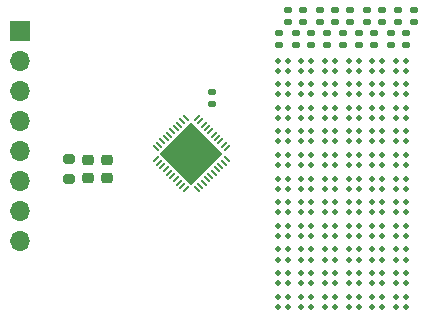
<source format=gbr>
%TF.GenerationSoftware,KiCad,Pcbnew,7.0.1*%
%TF.CreationDate,2023-04-05T13:45:38+02:00*%
%TF.ProjectId,LED_Driver_Evaluation,4c45445f-4472-4697-9665-725f4576616c,1.0*%
%TF.SameCoordinates,Original*%
%TF.FileFunction,Soldermask,Top*%
%TF.FilePolarity,Negative*%
%FSLAX46Y46*%
G04 Gerber Fmt 4.6, Leading zero omitted, Abs format (unit mm)*
G04 Created by KiCad (PCBNEW 7.0.1) date 2023-04-05 13:45:38*
%MOMM*%
%LPD*%
G01*
G04 APERTURE LIST*
G04 Aperture macros list*
%AMRoundRect*
0 Rectangle with rounded corners*
0 $1 Rounding radius*
0 $2 $3 $4 $5 $6 $7 $8 $9 X,Y pos of 4 corners*
0 Add a 4 corners polygon primitive as box body*
4,1,4,$2,$3,$4,$5,$6,$7,$8,$9,$2,$3,0*
0 Add four circle primitives for the rounded corners*
1,1,$1+$1,$2,$3*
1,1,$1+$1,$4,$5*
1,1,$1+$1,$6,$7*
1,1,$1+$1,$8,$9*
0 Add four rect primitives between the rounded corners*
20,1,$1+$1,$2,$3,$4,$5,0*
20,1,$1+$1,$4,$5,$6,$7,0*
20,1,$1+$1,$6,$7,$8,$9,0*
20,1,$1+$1,$8,$9,$2,$3,0*%
%AMRotRect*
0 Rectangle, with rotation*
0 The origin of the aperture is its center*
0 $1 length*
0 $2 width*
0 $3 Rotation angle, in degrees counterclockwise*
0 Add horizontal line*
21,1,$1,$2,0,0,$3*%
G04 Aperture macros list end*
%ADD10RoundRect,0.135000X-0.185000X0.135000X-0.185000X-0.135000X0.185000X-0.135000X0.185000X0.135000X0*%
%ADD11RoundRect,0.112500X-0.112500X-0.112500X0.112500X-0.112500X0.112500X0.112500X-0.112500X0.112500X0*%
%ADD12RoundRect,0.225000X0.250000X-0.225000X0.250000X0.225000X-0.250000X0.225000X-0.250000X-0.225000X0*%
%ADD13RoundRect,0.200000X-0.275000X0.200000X-0.275000X-0.200000X0.275000X-0.200000X0.275000X0.200000X0*%
%ADD14R,1.700000X1.700000*%
%ADD15O,1.700000X1.700000*%
%ADD16RoundRect,0.135000X0.185000X-0.135000X0.185000X0.135000X-0.185000X0.135000X-0.185000X-0.135000X0*%
%ADD17RoundRect,0.050000X-0.194454X-0.265165X0.265165X0.194454X0.194454X0.265165X-0.265165X-0.194454X0*%
%ADD18RoundRect,0.050000X0.194454X-0.265165X0.265165X-0.194454X-0.194454X0.265165X-0.265165X0.194454X0*%
%ADD19RotRect,3.800000X3.800000X45.000000*%
G04 APERTURE END LIST*
D10*
%TO.C,R16*%
X137850000Y-56890000D03*
X137850000Y-57910000D03*
%TD*%
D11*
%TO.C,D55*%
X137700000Y-81150000D03*
X138550000Y-81150000D03*
X138550000Y-82000000D03*
X137700000Y-82000000D03*
%TD*%
%TO.C,D18*%
X143700000Y-73150000D03*
X144550000Y-73150000D03*
X144550000Y-74000000D03*
X143700000Y-74000000D03*
%TD*%
%TO.C,D21*%
X143700000Y-79150000D03*
X144550000Y-79150000D03*
X144550000Y-80000000D03*
X143700000Y-80000000D03*
%TD*%
%TO.C,D36*%
X139700000Y-65150000D03*
X140550000Y-65150000D03*
X140550000Y-66000000D03*
X139700000Y-66000000D03*
%TD*%
%TO.C,D38*%
X139700000Y-69150000D03*
X140550000Y-69150000D03*
X140550000Y-70000000D03*
X139700000Y-70000000D03*
%TD*%
%TO.C,D5*%
X145700000Y-69150000D03*
X146550000Y-69150000D03*
X146550000Y-70000000D03*
X145700000Y-70000000D03*
%TD*%
%TO.C,D62*%
X135700000Y-73150000D03*
X136550000Y-73150000D03*
X136550000Y-74000000D03*
X135700000Y-74000000D03*
%TD*%
%TO.C,D33*%
X141700000Y-81150000D03*
X142550000Y-81150000D03*
X142550000Y-82000000D03*
X141700000Y-82000000D03*
%TD*%
%TO.C,D46*%
X137700000Y-63150000D03*
X138550000Y-63150000D03*
X138550000Y-64000000D03*
X137700000Y-64000000D03*
%TD*%
%TO.C,D24*%
X141700000Y-63150000D03*
X142550000Y-63150000D03*
X142550000Y-64000000D03*
X141700000Y-64000000D03*
%TD*%
D10*
%TO.C,R13*%
X139850000Y-58790000D03*
X139850000Y-59810000D03*
%TD*%
D11*
%TO.C,D10*%
X145700000Y-79150000D03*
X146550000Y-79150000D03*
X146550000Y-80000000D03*
X145700000Y-80000000D03*
%TD*%
%TO.C,D47*%
X137700000Y-65150000D03*
X138550000Y-65150000D03*
X138550000Y-66000000D03*
X137700000Y-66000000D03*
%TD*%
%TO.C,D35*%
X139700000Y-63150000D03*
X140550000Y-63150000D03*
X140550000Y-64000000D03*
X139700000Y-64000000D03*
%TD*%
D10*
%TO.C,R8*%
X143250000Y-56890000D03*
X143250000Y-57910000D03*
%TD*%
D11*
%TO.C,D22*%
X143700000Y-81150000D03*
X144550000Y-81150000D03*
X144550000Y-82000000D03*
X143700000Y-82000000D03*
%TD*%
%TO.C,D25*%
X141700000Y-65150000D03*
X142550000Y-65150000D03*
X142550000Y-66000000D03*
X141700000Y-66000000D03*
%TD*%
%TO.C,D52*%
X137700000Y-75150000D03*
X138550000Y-75150000D03*
X138550000Y-76000000D03*
X137700000Y-76000000D03*
%TD*%
%TO.C,D44*%
X139700000Y-81150000D03*
X140550000Y-81150000D03*
X140550000Y-82000000D03*
X139700000Y-82000000D03*
%TD*%
%TO.C,D32*%
X141700000Y-79150000D03*
X142550000Y-79150000D03*
X142550000Y-80000000D03*
X141700000Y-80000000D03*
%TD*%
%TO.C,D53*%
X137700000Y-77150000D03*
X138550000Y-77150000D03*
X138550000Y-78000000D03*
X137700000Y-78000000D03*
%TD*%
%TO.C,D15*%
X143700000Y-67150000D03*
X144550000Y-67150000D03*
X144550000Y-68000000D03*
X143700000Y-68000000D03*
%TD*%
%TO.C,D29*%
X141700000Y-73150000D03*
X142550000Y-73150000D03*
X142550000Y-74000000D03*
X141700000Y-74000000D03*
%TD*%
%TO.C,D14*%
X143700000Y-65150000D03*
X144550000Y-65150000D03*
X144550000Y-66000000D03*
X143700000Y-66000000D03*
%TD*%
%TO.C,D48*%
X137700000Y-67150000D03*
X138550000Y-67150000D03*
X138550000Y-68000000D03*
X137700000Y-68000000D03*
%TD*%
D10*
%TO.C,R7*%
X142550000Y-58790000D03*
X142550000Y-59810000D03*
%TD*%
%TO.C,R9*%
X141850000Y-56890000D03*
X141850000Y-57910000D03*
%TD*%
D11*
%TO.C,D8*%
X145700000Y-75150000D03*
X146550000Y-75150000D03*
X146550000Y-76000000D03*
X145700000Y-76000000D03*
%TD*%
%TO.C,D30*%
X141700000Y-75150000D03*
X142550000Y-75150000D03*
X142550000Y-76000000D03*
X141700000Y-76000000D03*
%TD*%
%TO.C,D58*%
X135700000Y-65150000D03*
X136550000Y-65150000D03*
X136550000Y-66000000D03*
X135700000Y-66000000D03*
%TD*%
%TO.C,D34*%
X139700000Y-61150000D03*
X140550000Y-61150000D03*
X140550000Y-62000000D03*
X139700000Y-62000000D03*
%TD*%
%TO.C,D11*%
X145700000Y-81150000D03*
X146550000Y-81150000D03*
X146550000Y-82000000D03*
X145700000Y-82000000D03*
%TD*%
%TO.C,D49*%
X137700000Y-69150000D03*
X138550000Y-69150000D03*
X138550000Y-70000000D03*
X137700000Y-70000000D03*
%TD*%
%TO.C,D13*%
X143700000Y-63150000D03*
X144550000Y-63150000D03*
X144550000Y-64000000D03*
X143700000Y-64000000D03*
%TD*%
%TO.C,D50*%
X137700000Y-71150000D03*
X138550000Y-71150000D03*
X138550000Y-72000000D03*
X137700000Y-72000000D03*
%TD*%
%TO.C,D1*%
X145700000Y-61150000D03*
X146550000Y-61150000D03*
X146550000Y-62000000D03*
X145700000Y-62000000D03*
%TD*%
%TO.C,D60*%
X135700000Y-69150000D03*
X136550000Y-69150000D03*
X136550000Y-70000000D03*
X135700000Y-70000000D03*
%TD*%
%TO.C,D39*%
X139700000Y-71150000D03*
X140550000Y-71150000D03*
X140550000Y-72000000D03*
X139700000Y-72000000D03*
%TD*%
%TO.C,D45*%
X137700000Y-61150000D03*
X138550000Y-61150000D03*
X138550000Y-62000000D03*
X137700000Y-62000000D03*
%TD*%
D10*
%TO.C,R15*%
X139250000Y-56890000D03*
X139250000Y-57910000D03*
%TD*%
D11*
%TO.C,D51*%
X137700000Y-73150000D03*
X138550000Y-73150000D03*
X138550000Y-74000000D03*
X137700000Y-74000000D03*
%TD*%
D12*
%TO.C,C1*%
X121250000Y-71125000D03*
X121250000Y-69575000D03*
%TD*%
D10*
%TO.C,R17*%
X136550000Y-56890000D03*
X136550000Y-57910000D03*
%TD*%
%TO.C,R11*%
X140550000Y-56890000D03*
X140550000Y-57910000D03*
%TD*%
D13*
%TO.C,R10*%
X118050000Y-69525000D03*
X118050000Y-71175000D03*
%TD*%
D11*
%TO.C,D16*%
X143700000Y-69150000D03*
X144550000Y-69150000D03*
X144550000Y-70000000D03*
X143700000Y-70000000D03*
%TD*%
%TO.C,D43*%
X139700000Y-79150000D03*
X140550000Y-79150000D03*
X140550000Y-80000000D03*
X139700000Y-80000000D03*
%TD*%
D10*
%TO.C,R5*%
X145250000Y-58790000D03*
X145250000Y-59810000D03*
%TD*%
%TO.C,R20*%
X135850000Y-58790000D03*
X135850000Y-59810000D03*
%TD*%
D11*
%TO.C,D37*%
X139700000Y-67150000D03*
X140550000Y-67150000D03*
X140550000Y-68000000D03*
X139700000Y-68000000D03*
%TD*%
D10*
%TO.C,R12*%
X141250000Y-58790000D03*
X141250000Y-59810000D03*
%TD*%
D11*
%TO.C,D19*%
X143700000Y-75150000D03*
X144550000Y-75150000D03*
X144550000Y-76000000D03*
X143700000Y-76000000D03*
%TD*%
%TO.C,D3*%
X145700000Y-65150000D03*
X146550000Y-65150000D03*
X146550000Y-66000000D03*
X145700000Y-66000000D03*
%TD*%
%TO.C,D65*%
X135700000Y-79150000D03*
X136550000Y-79150000D03*
X136550000Y-80000000D03*
X135700000Y-80000000D03*
%TD*%
D12*
%TO.C,C2*%
X119650000Y-71125000D03*
X119650000Y-69575000D03*
%TD*%
D10*
%TO.C,R18*%
X137250000Y-58790000D03*
X137250000Y-59810000D03*
%TD*%
%TO.C,R4*%
X144550000Y-56890000D03*
X144550000Y-57910000D03*
%TD*%
%TO.C,R3*%
X145850000Y-56890000D03*
X145850000Y-57910000D03*
%TD*%
D11*
%TO.C,D20*%
X143700000Y-77150000D03*
X144550000Y-77150000D03*
X144550000Y-78000000D03*
X143700000Y-78000000D03*
%TD*%
%TO.C,D12*%
X143700000Y-61150000D03*
X144550000Y-61150000D03*
X144550000Y-62000000D03*
X143700000Y-62000000D03*
%TD*%
%TO.C,D56*%
X135700000Y-61150000D03*
X136550000Y-61150000D03*
X136550000Y-62000000D03*
X135700000Y-62000000D03*
%TD*%
%TO.C,D4*%
X145700000Y-67150000D03*
X146550000Y-67150000D03*
X146550000Y-68000000D03*
X145700000Y-68000000D03*
%TD*%
%TO.C,D40*%
X139700000Y-73150000D03*
X140550000Y-73150000D03*
X140550000Y-74000000D03*
X139700000Y-74000000D03*
%TD*%
%TO.C,D54*%
X137700000Y-79150000D03*
X138550000Y-79150000D03*
X138550000Y-80000000D03*
X137700000Y-80000000D03*
%TD*%
%TO.C,D63*%
X135700000Y-75150000D03*
X136550000Y-75150000D03*
X136550000Y-76000000D03*
X135700000Y-76000000D03*
%TD*%
%TO.C,D61*%
X135700000Y-71150000D03*
X136550000Y-71150000D03*
X136550000Y-72000000D03*
X135700000Y-72000000D03*
%TD*%
%TO.C,D17*%
X143700000Y-71150000D03*
X144550000Y-71150000D03*
X144550000Y-72000000D03*
X143700000Y-72000000D03*
%TD*%
%TO.C,D7*%
X145700000Y-73150000D03*
X146550000Y-73150000D03*
X146550000Y-74000000D03*
X145700000Y-74000000D03*
%TD*%
D10*
%TO.C,R14*%
X138550000Y-58790000D03*
X138550000Y-59810000D03*
%TD*%
D11*
%TO.C,D26*%
X141700000Y-67150000D03*
X142550000Y-67150000D03*
X142550000Y-68000000D03*
X141700000Y-68000000D03*
%TD*%
%TO.C,D66*%
X135700000Y-81150000D03*
X136550000Y-81150000D03*
X136550000Y-82000000D03*
X135700000Y-82000000D03*
%TD*%
D10*
%TO.C,R6*%
X143850000Y-58790000D03*
X143850000Y-59810000D03*
%TD*%
D11*
%TO.C,D2*%
X145700000Y-63150000D03*
X146550000Y-63150000D03*
X146550000Y-64000000D03*
X145700000Y-64000000D03*
%TD*%
D10*
%TO.C,R2*%
X147250000Y-56890000D03*
X147250000Y-57910000D03*
%TD*%
D11*
%TO.C,D27*%
X141700000Y-69150000D03*
X142550000Y-69150000D03*
X142550000Y-70000000D03*
X141700000Y-70000000D03*
%TD*%
%TO.C,D41*%
X139700000Y-75150000D03*
X140550000Y-75150000D03*
X140550000Y-76000000D03*
X139700000Y-76000000D03*
%TD*%
%TO.C,D9*%
X145700000Y-77150000D03*
X146550000Y-77150000D03*
X146550000Y-78000000D03*
X145700000Y-78000000D03*
%TD*%
%TO.C,D57*%
X135700000Y-63150000D03*
X136550000Y-63150000D03*
X136550000Y-64000000D03*
X135700000Y-64000000D03*
%TD*%
%TO.C,D31*%
X141700000Y-77150000D03*
X142550000Y-77150000D03*
X142550000Y-78000000D03*
X141700000Y-78000000D03*
%TD*%
%TO.C,D42*%
X139700000Y-77150000D03*
X140550000Y-77150000D03*
X140550000Y-78000000D03*
X139700000Y-78000000D03*
%TD*%
D10*
%TO.C,R1*%
X146550000Y-58790000D03*
X146550000Y-59810000D03*
%TD*%
D11*
%TO.C,D23*%
X141700000Y-61150000D03*
X142550000Y-61150000D03*
X142550000Y-62000000D03*
X141700000Y-62000000D03*
%TD*%
D14*
%TO.C,J1*%
X113900000Y-58610000D03*
D15*
X113900000Y-61150000D03*
X113900000Y-63690000D03*
X113900000Y-66230000D03*
X113900000Y-68770000D03*
X113900000Y-71310000D03*
X113900000Y-73850000D03*
X113900000Y-76390000D03*
%TD*%
D11*
%TO.C,D59*%
X135700000Y-67150000D03*
X136550000Y-67150000D03*
X136550000Y-68000000D03*
X135700000Y-68000000D03*
%TD*%
D16*
%TO.C,R19*%
X130125000Y-64835000D03*
X130125000Y-63815000D03*
%TD*%
D11*
%TO.C,D28*%
X141700000Y-71150000D03*
X142550000Y-71150000D03*
X142550000Y-72000000D03*
X141700000Y-72000000D03*
%TD*%
%TO.C,D6*%
X145700000Y-71150000D03*
X146550000Y-71150000D03*
X146550000Y-72000000D03*
X145700000Y-72000000D03*
%TD*%
%TO.C,D64*%
X135700000Y-77150000D03*
X136550000Y-77150000D03*
X136550000Y-78000000D03*
X135700000Y-78000000D03*
%TD*%
D17*
%TO.C,U1*%
X125356068Y-69502297D03*
X125638910Y-69785140D03*
X125921753Y-70067983D03*
X126204596Y-70350825D03*
X126487438Y-70633668D03*
X126770281Y-70916511D03*
X127053124Y-71199353D03*
X127335966Y-71482196D03*
X127618809Y-71765039D03*
X127901652Y-72047881D03*
D18*
X128856246Y-72047881D03*
X129139089Y-71765039D03*
X129421932Y-71482196D03*
X129704774Y-71199353D03*
X129987617Y-70916511D03*
X130270460Y-70633668D03*
X130553302Y-70350825D03*
X130836145Y-70067983D03*
X131118988Y-69785140D03*
X131401830Y-69502297D03*
D17*
X131401830Y-68547703D03*
X131118988Y-68264860D03*
X130836145Y-67982017D03*
X130553302Y-67699175D03*
X130270460Y-67416332D03*
X129987617Y-67133489D03*
X129704774Y-66850647D03*
X129421932Y-66567804D03*
X129139089Y-66284961D03*
X128856246Y-66002119D03*
D18*
X127901652Y-66002119D03*
X127618809Y-66284961D03*
X127335966Y-66567804D03*
X127053124Y-66850647D03*
X126770281Y-67133489D03*
X126487438Y-67416332D03*
X126204596Y-67699175D03*
X125921753Y-67982017D03*
X125638910Y-68264860D03*
X125356068Y-68547703D03*
D19*
X128378949Y-69025000D03*
%TD*%
M02*

</source>
